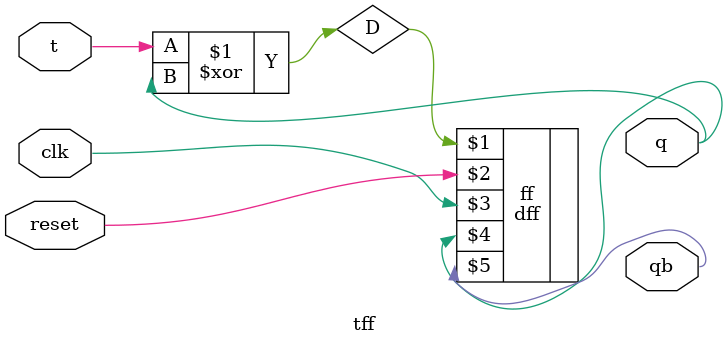
<source format=sv>
module tff(input logic t,clk,reset,output logic q,qb);

xor x1(D,t,q);
dff ff(D,reset,clk,q,qb);

endmodule
</source>
